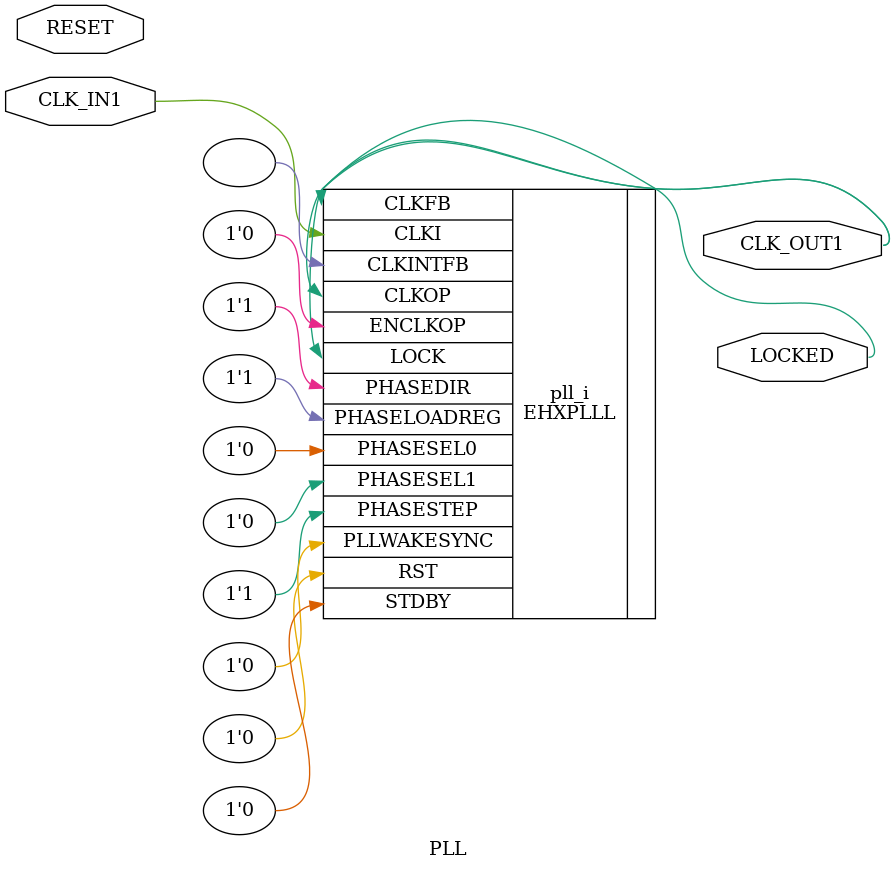
<source format=v>
module PLL
(
    input CLK_IN1, // 25 MHz, 0 deg
    input RESET,
    output CLK_OUT1, // 50 MHz, 0 deg
    output LOCKED
);
(* FREQUENCY_PIN_CLKI="25" *)
(* FREQUENCY_PIN_CLKOP="50" *)
(* ICP_CURRENT="12" *) (* LPF_RESISTOR="8" *) (* MFG_ENABLE_FILTEROPAMP="1" *) (* MFG_GMCREF_SEL="2" *)
EHXPLLL #(
        .PLLRST_ENA("DISABLED"),
        .INTFB_WAKE("DISABLED"),
        .STDBY_ENABLE("DISABLED"),
        .DPHASE_SOURCE("DISABLED"),
        .OUTDIVIDER_MUXA("DIVA"),
        .OUTDIVIDER_MUXB("DIVB"),
        .OUTDIVIDER_MUXC("DIVC"),
        .OUTDIVIDER_MUXD("DIVD"),
        .CLKI_DIV(1),
        .CLKOP_ENABLE("ENABLED"),
        .CLKOP_DIV(12),
        .CLKOP_CPHASE(5),
        .CLKOP_FPHASE(0),
        .FEEDBK_PATH("CLKOP"),
        .CLKFB_DIV(2)
    ) pll_i (
        .RST(1'b0),
        .STDBY(1'b0),
        .CLKI(CLK_IN1),
        .CLKOP(CLK_OUT1),
        .CLKFB(CLK_OUT1),
        .CLKINTFB(),
        .PHASESEL0(1'b0),
        .PHASESEL1(1'b0),
        .PHASEDIR(1'b1),
        .PHASESTEP(1'b1),
        .PHASELOADREG(1'b1),
        .PLLWAKESYNC(1'b0),
        .ENCLKOP(1'b0),
        .LOCK(LOCKED)
	);
endmodule

</source>
